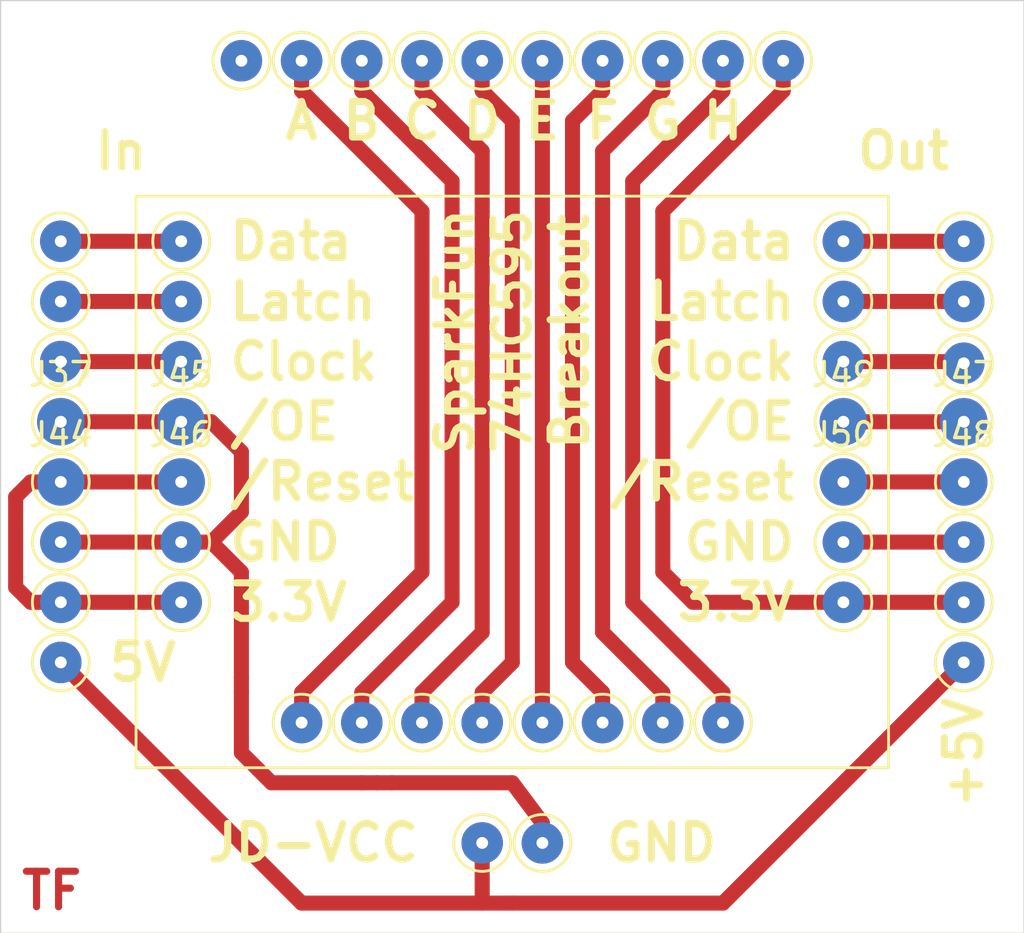
<source format=kicad_pcb>
(kicad_pcb (version 20171130) (host pcbnew "(5.1.9-0-10_14)")

  (general
    (thickness 1.6)
    (drawings 38)
    (tracks 82)
    (zones 0)
    (modules 50)
    (nets 22)
  )

  (page A4)
  (layers
    (0 F.Cu signal)
    (31 B.Cu signal)
    (32 B.Adhes user)
    (33 F.Adhes user)
    (34 B.Paste user)
    (35 F.Paste user)
    (36 B.SilkS user)
    (37 F.SilkS user)
    (38 B.Mask user)
    (39 F.Mask user)
    (40 Dwgs.User user)
    (41 Cmts.User user)
    (42 Eco1.User user)
    (43 Eco2.User user)
    (44 Edge.Cuts user)
    (45 Margin user)
    (46 B.CrtYd user)
    (47 F.CrtYd user)
    (48 B.Fab user)
    (49 F.Fab user)
  )

  (setup
    (last_trace_width 0.25)
    (user_trace_width 0.381)
    (user_trace_width 0.635)
    (trace_clearance 0.2)
    (zone_clearance 0.9)
    (zone_45_only no)
    (trace_min 0.2)
    (via_size 0.8)
    (via_drill 0.4)
    (via_min_size 0.4)
    (via_min_drill 0.3)
    (uvia_size 0.3)
    (uvia_drill 0.1)
    (uvias_allowed no)
    (uvia_min_size 0.2)
    (uvia_min_drill 0.1)
    (edge_width 0.05)
    (segment_width 0.2)
    (pcb_text_width 0.3)
    (pcb_text_size 1.5 1.5)
    (mod_edge_width 0.12)
    (mod_text_size 1 1)
    (mod_text_width 0.15)
    (pad_size 2 2)
    (pad_drill 0.5)
    (pad_to_mask_clearance 0)
    (aux_axis_origin 0 0)
    (visible_elements FFFFFF7F)
    (pcbplotparams
      (layerselection 0x010fc_ffffffff)
      (usegerberextensions false)
      (usegerberattributes true)
      (usegerberadvancedattributes true)
      (creategerberjobfile true)
      (excludeedgelayer true)
      (linewidth 0.100000)
      (plotframeref false)
      (viasonmask false)
      (mode 1)
      (useauxorigin false)
      (hpglpennumber 1)
      (hpglpenspeed 20)
      (hpglpendiameter 15.000000)
      (psnegative false)
      (psa4output false)
      (plotreference true)
      (plotvalue true)
      (plotinvisibletext false)
      (padsonsilk false)
      (subtractmaskfromsilk false)
      (outputformat 1)
      (mirror false)
      (drillshape 1)
      (scaleselection 1)
      (outputdirectory ""))
  )

  (net 0 "")
  (net 1 /5V)
  (net 2 /A)
  (net 3 /B)
  (net 4 /C)
  (net 5 /D)
  (net 6 /E)
  (net 7 /F)
  (net 8 /G)
  (net 9 /H)
  (net 10 /Data1)
  (net 11 /Latch1)
  (net 12 /Clock1)
  (net 13 /GND1)
  (net 14 /3.3V1)
  (net 15 /Data2)
  (net 16 /Latch2)
  (net 17 /Clock2)
  (net 18 /GND2)
  (net 19 /3.3V2)
  (net 20 /OE2)
  (net 21 /Reset2)

  (net_class Default "This is the default net class."
    (clearance 0.2)
    (trace_width 0.25)
    (via_dia 0.8)
    (via_drill 0.4)
    (uvia_dia 0.3)
    (uvia_drill 0.1)
    (add_net /3.3V1)
    (add_net /3.3V2)
    (add_net /5V)
    (add_net /A)
    (add_net /B)
    (add_net /C)
    (add_net /Clock1)
    (add_net /Clock2)
    (add_net /D)
    (add_net /Data1)
    (add_net /Data2)
    (add_net /E)
    (add_net /F)
    (add_net /G)
    (add_net /GND1)
    (add_net /GND2)
    (add_net /H)
    (add_net /Latch1)
    (add_net /Latch2)
    (add_net /OE2)
    (add_net /Reset2)
  )

  (module TestPoint:TestPoint_Pad_D2.0mm (layer F.Cu) (tedit 61D247EC) (tstamp 61D25D3C)
    (at 177.8 76.2)
    (descr "SMD pad as test Point, diameter 2.0mm")
    (tags "test point SMD pad")
    (path /61D5F995)
    (attr virtual)
    (fp_text reference J50 (at 0 -1.998) (layer F.SilkS)
      (effects (font (size 1 1) (thickness 0.15)))
    )
    (fp_text value Conn_01x01_Male (at 0 2.05) (layer F.Fab) hide
      (effects (font (size 1 1) (thickness 0.15)))
    )
    (fp_circle (center 0 0) (end 0 1.2) (layer F.SilkS) (width 0.12))
    (fp_circle (center 0 0) (end 1.5 0) (layer F.CrtYd) (width 0.05))
    (fp_text user %R (at 0 -2) (layer F.Fab)
      (effects (font (size 1 1) (thickness 0.15)))
    )
    (pad 1 thru_hole circle (at 0 0) (size 2 2) (drill 0.5) (layers *.Cu *.Mask)
      (net 21 /Reset2))
  )

  (module TestPoint:TestPoint_Pad_D2.0mm (layer F.Cu) (tedit 61D247E1) (tstamp 61D25D34)
    (at 177.8 73.66)
    (descr "SMD pad as test Point, diameter 2.0mm")
    (tags "test point SMD pad")
    (path /61D5F987)
    (attr virtual)
    (fp_text reference J49 (at 0 -1.998) (layer F.SilkS)
      (effects (font (size 1 1) (thickness 0.15)))
    )
    (fp_text value Conn_01x01_Male (at 0 2.05) (layer F.Fab) hide
      (effects (font (size 1 1) (thickness 0.15)))
    )
    (fp_circle (center 0 0) (end 0 1.2) (layer F.SilkS) (width 0.12))
    (fp_circle (center 0 0) (end 1.5 0) (layer F.CrtYd) (width 0.05))
    (fp_text user %R (at 0 -2) (layer F.Fab)
      (effects (font (size 1 1) (thickness 0.15)))
    )
    (pad 1 thru_hole circle (at 0 0) (size 2 2) (drill 0.5) (layers *.Cu *.Mask)
      (net 20 /OE2))
  )

  (module TestPoint:TestPoint_Pad_D2.0mm (layer F.Cu) (tedit 61D247F7) (tstamp 61D25D2C)
    (at 182.88 76.2)
    (descr "SMD pad as test Point, diameter 2.0mm")
    (tags "test point SMD pad")
    (path /61D5F99B)
    (attr virtual)
    (fp_text reference J48 (at 0 -1.998) (layer F.SilkS)
      (effects (font (size 1 1) (thickness 0.15)))
    )
    (fp_text value Conn_01x01_Male (at 0 2.05) (layer F.Fab) hide
      (effects (font (size 1 1) (thickness 0.15)))
    )
    (fp_circle (center 0 0) (end 0 1.2) (layer F.SilkS) (width 0.12))
    (fp_circle (center 0 0) (end 1.5 0) (layer F.CrtYd) (width 0.05))
    (fp_text user %R (at 0 -2) (layer F.Fab)
      (effects (font (size 1 1) (thickness 0.15)))
    )
    (pad 1 thru_hole circle (at 0 0) (size 2 2) (drill 0.5) (layers *.Cu *.Mask)
      (net 21 /Reset2))
  )

  (module TestPoint:TestPoint_Pad_D2.0mm (layer F.Cu) (tedit 61D247CA) (tstamp 61D25D24)
    (at 182.88 73.66)
    (descr "SMD pad as test Point, diameter 2.0mm")
    (tags "test point SMD pad")
    (path /61D5F98D)
    (attr virtual)
    (fp_text reference J47 (at 0 -1.998) (layer F.SilkS)
      (effects (font (size 1 1) (thickness 0.15)))
    )
    (fp_text value Conn_01x01_Male (at 0 2.05) (layer F.Fab) hide
      (effects (font (size 1 1) (thickness 0.15)))
    )
    (fp_circle (center 0 0) (end 0 1.2) (layer F.SilkS) (width 0.12))
    (fp_circle (center 0 0) (end 1.5 0) (layer F.CrtYd) (width 0.05))
    (fp_text user %R (at 0 -2) (layer F.Fab)
      (effects (font (size 1 1) (thickness 0.15)))
    )
    (pad 1 thru_hole circle (at 0 0) (size 2 2) (drill 0.5) (layers *.Cu *.Mask)
      (net 20 /OE2))
  )

  (module TestPoint:TestPoint_Pad_D2.0mm (layer F.Cu) (tedit 61D24820) (tstamp 61D25D1C)
    (at 149.86 76.2)
    (descr "SMD pad as test Point, diameter 2.0mm")
    (tags "test point SMD pad")
    (path /61D4D338)
    (attr virtual)
    (fp_text reference J46 (at 0 -1.998) (layer F.SilkS)
      (effects (font (size 1 1) (thickness 0.15)))
    )
    (fp_text value Conn_01x01_Male (at 0 2.05) (layer F.Fab) hide
      (effects (font (size 1 1) (thickness 0.15)))
    )
    (fp_circle (center 0 0) (end 0 1.2) (layer F.SilkS) (width 0.12))
    (fp_circle (center 0 0) (end 1.5 0) (layer F.CrtYd) (width 0.05))
    (fp_text user %R (at 0 -2) (layer F.Fab)
      (effects (font (size 1 1) (thickness 0.15)))
    )
    (pad 1 thru_hole circle (at 0 0) (size 2 2) (drill 0.5) (layers *.Cu *.Mask)
      (net 14 /3.3V1))
  )

  (module TestPoint:TestPoint_Pad_D2.0mm (layer F.Cu) (tedit 61D24816) (tstamp 61D25D14)
    (at 149.86 73.66)
    (descr "SMD pad as test Point, diameter 2.0mm")
    (tags "test point SMD pad")
    (path /61D4C1F6)
    (attr virtual)
    (fp_text reference J45 (at 0 -1.998) (layer F.SilkS)
      (effects (font (size 1 1) (thickness 0.15)))
    )
    (fp_text value Conn_01x01_Male (at 0 2.05) (layer F.Fab) hide
      (effects (font (size 1 1) (thickness 0.15)))
    )
    (fp_circle (center 0 0) (end 0 1.2) (layer F.SilkS) (width 0.12))
    (fp_circle (center 0 0) (end 1.5 0) (layer F.CrtYd) (width 0.05))
    (fp_text user %R (at 0 -2) (layer F.Fab)
      (effects (font (size 1 1) (thickness 0.15)))
    )
    (pad 1 thru_hole circle (at 0 0) (size 2 2) (drill 0.5) (layers *.Cu *.Mask)
      (net 13 /GND1))
  )

  (module TestPoint:TestPoint_Pad_D2.0mm (layer F.Cu) (tedit 61D2480B) (tstamp 61D25D0C)
    (at 144.78 76.2)
    (descr "SMD pad as test Point, diameter 2.0mm")
    (tags "test point SMD pad")
    (path /61D4D33E)
    (attr virtual)
    (fp_text reference J44 (at 0 -1.998) (layer F.SilkS)
      (effects (font (size 1 1) (thickness 0.15)))
    )
    (fp_text value Conn_01x01_Male (at 0 2.05) (layer F.Fab) hide
      (effects (font (size 1 1) (thickness 0.15)))
    )
    (fp_circle (center 0 0) (end 0 1.2) (layer F.SilkS) (width 0.12))
    (fp_circle (center 0 0) (end 1.5 0) (layer F.CrtYd) (width 0.05))
    (fp_text user %R (at 0 -2) (layer F.Fab)
      (effects (font (size 1 1) (thickness 0.15)))
    )
    (pad 1 thru_hole circle (at 0 0) (size 2 2) (drill 0.5) (layers *.Cu *.Mask)
      (net 14 /3.3V1))
  )

  (module TestPoint:TestPoint_Pad_D2.0mm (layer F.Cu) (tedit 61D24801) (tstamp 61D25CB0)
    (at 144.78 73.66)
    (descr "SMD pad as test Point, diameter 2.0mm")
    (tags "test point SMD pad")
    (path /61D4C202)
    (attr virtual)
    (fp_text reference J37 (at 0 -1.998) (layer F.SilkS)
      (effects (font (size 1 1) (thickness 0.15)))
    )
    (fp_text value Conn_01x01_Male (at 0 2.05) (layer F.Fab) hide
      (effects (font (size 1 1) (thickness 0.15)))
    )
    (fp_circle (center 0 0) (end 0 1.2) (layer F.SilkS) (width 0.12))
    (fp_circle (center 0 0) (end 1.5 0) (layer F.CrtYd) (width 0.05))
    (fp_text user %R (at 0 -2) (layer F.Fab)
      (effects (font (size 1 1) (thickness 0.15)))
    )
    (pad 1 thru_hole circle (at 0 0) (size 2 2) (drill 0.5) (layers *.Cu *.Mask)
      (net 13 /GND1))
  )

  (module TestPoint:TestPoint_Pad_D2.0mm (layer F.Cu) (tedit 5A0F774F) (tstamp 61CEF3F5)
    (at 165.1 91.44)
    (descr "Solder Pad, diameter 1.75mm")
    (tags "test point SMD pad")
    (path /61D7206C)
    (attr virtual)
    (fp_text reference J7 (at 0 -1.998) (layer F.SilkS) hide
      (effects (font (size 1 1) (thickness 0.15)))
    )
    (fp_text value Conn_01x01_Male (at 0 2.05) (layer F.Fab) hide
      (effects (font (size 1 1) (thickness 0.15)))
    )
    (fp_circle (center 0 0) (end 1.5 0) (layer F.CrtYd) (width 0.05))
    (fp_circle (center 0 0) (end 0 1.2) (layer F.SilkS) (width 0.12))
    (fp_text user %R (at 0 -2) (layer F.Fab) hide
      (effects (font (size 1 1) (thickness 0.15)))
    )
    (pad 1 thru_hole circle (at 0 0 90) (size 1.75 1.75) (drill 0.5) (layers *.Cu *.Mask)
      (net 13 /GND1))
  )

  (module TestPoint:TestPoint_Pad_D2.0mm (layer F.Cu) (tedit 5A0F774F) (tstamp 61CEF3DF)
    (at 162.56 91.44)
    (descr "Solder Pad, diameter 1.75mm")
    (tags "test point SMD pad")
    (path /61D72073)
    (attr virtual)
    (fp_text reference J5 (at 0 -1.998) (layer F.SilkS) hide
      (effects (font (size 1 1) (thickness 0.15)))
    )
    (fp_text value Conn_01x01_Male (at 0 2.05) (layer F.Fab) hide
      (effects (font (size 1 1) (thickness 0.15)))
    )
    (fp_circle (center 0 0) (end 1.5 0) (layer F.CrtYd) (width 0.05))
    (fp_circle (center 0 0) (end 0 1.2) (layer F.SilkS) (width 0.12))
    (fp_text user %R (at 0 -2) (layer F.Fab) hide
      (effects (font (size 1 1) (thickness 0.15)))
    )
    (pad 1 thru_hole circle (at 0 0 90) (size 1.75 1.75) (drill 0.5) (layers *.Cu *.Mask)
      (net 1 /5V))
  )

  (module TestPoint:TestPoint_Pad_D2.0mm (layer F.Cu) (tedit 5A0F774F) (tstamp 61CEDAC8)
    (at 144.78 83.82 90)
    (descr "Solder Pad, diameter 1.75mm")
    (tags "test point SMD pad")
    (path /61D1B60F)
    (attr virtual)
    (fp_text reference J43 (at 0 -1.998 90) (layer F.SilkS) hide
      (effects (font (size 1 1) (thickness 0.15)))
    )
    (fp_text value Conn_01x01_Male (at 0 2.05 90) (layer F.Fab) hide
      (effects (font (size 1 1) (thickness 0.15)))
    )
    (fp_circle (center 0 0) (end 1.5 0) (layer F.CrtYd) (width 0.05))
    (fp_circle (center 0 0) (end 0 1.2) (layer F.SilkS) (width 0.12))
    (fp_text user %R (at 0 -2 90) (layer F.Fab) hide
      (effects (font (size 1 1) (thickness 0.15)))
    )
    (pad 1 thru_hole circle (at 0 0 90) (size 1.75 1.75) (drill 0.5) (layers *.Cu *.Mask)
      (net 1 /5V))
  )

  (module TestPoint:TestPoint_Pad_D2.0mm (layer F.Cu) (tedit 5A0F774F) (tstamp 61CEDAC0)
    (at 182.88 81.28 90)
    (descr "Solder Pad, diameter 1.75mm")
    (tags "test point SMD pad")
    (path /61D1B608)
    (attr virtual)
    (fp_text reference J42 (at 0 -1.998 90) (layer F.SilkS) hide
      (effects (font (size 1 1) (thickness 0.15)))
    )
    (fp_text value Conn_01x01_Male (at 0 2.05 90) (layer F.Fab) hide
      (effects (font (size 1 1) (thickness 0.15)))
    )
    (fp_circle (center 0 0) (end 1.5 0) (layer F.CrtYd) (width 0.05))
    (fp_circle (center 0 0) (end 0 1.2) (layer F.SilkS) (width 0.12))
    (fp_text user %R (at 0 -2 90) (layer F.Fab) hide
      (effects (font (size 1 1) (thickness 0.15)))
    )
    (pad 1 thru_hole circle (at 0 0 90) (size 1.75 1.75) (drill 0.5) (layers *.Cu *.Mask)
      (net 19 /3.3V2))
  )

  (module TestPoint:TestPoint_Pad_D2.0mm (layer F.Cu) (tedit 5A0F774F) (tstamp 61CEDAB8)
    (at 182.88 78.74 90)
    (descr "Solder Pad, diameter 1.75mm")
    (tags "test point SMD pad")
    (path /61D1B601)
    (attr virtual)
    (fp_text reference J41 (at 0 -1.998 90) (layer F.SilkS) hide
      (effects (font (size 1 1) (thickness 0.15)))
    )
    (fp_text value Conn_01x01_Male (at 0 2.05 90) (layer F.Fab) hide
      (effects (font (size 1 1) (thickness 0.15)))
    )
    (fp_circle (center 0 0) (end 1.5 0) (layer F.CrtYd) (width 0.05))
    (fp_circle (center 0 0) (end 0 1.2) (layer F.SilkS) (width 0.12))
    (fp_text user %R (at 0 -2 90) (layer F.Fab) hide
      (effects (font (size 1 1) (thickness 0.15)))
    )
    (pad 1 thru_hole circle (at 0 0 90) (size 1.75 1.75) (drill 0.5) (layers *.Cu *.Mask)
      (net 18 /GND2))
  )

  (module TestPoint:TestPoint_Pad_D2.0mm (layer F.Cu) (tedit 5A0F774F) (tstamp 61CEDAB0)
    (at 177.8 71.12 90)
    (descr "Solder Pad, diameter 1.75mm")
    (tags "test point SMD pad")
    (path /61D1B616)
    (attr virtual)
    (fp_text reference J40 (at 0 -1.998 90) (layer F.SilkS) hide
      (effects (font (size 1 1) (thickness 0.15)))
    )
    (fp_text value Conn_01x01_Male (at 0 2.05 90) (layer F.Fab) hide
      (effects (font (size 1 1) (thickness 0.15)))
    )
    (fp_circle (center 0 0) (end 1.5 0) (layer F.CrtYd) (width 0.05))
    (fp_circle (center 0 0) (end 0 1.2) (layer F.SilkS) (width 0.12))
    (fp_text user %R (at 0 -2 90) (layer F.Fab) hide
      (effects (font (size 1 1) (thickness 0.15)))
    )
    (pad 1 thru_hole circle (at 0 0 90) (size 1.75 1.75) (drill 0.5) (layers *.Cu *.Mask)
      (net 17 /Clock2))
  )

  (module TestPoint:TestPoint_Pad_D2.0mm (layer F.Cu) (tedit 5A0F774F) (tstamp 61CEDAA8)
    (at 177.8 68.58 90)
    (descr "Solder Pad, diameter 1.75mm")
    (tags "test point SMD pad")
    (path /61D1B5FA)
    (attr virtual)
    (fp_text reference J39 (at 0 -1.998 90) (layer F.SilkS) hide
      (effects (font (size 1 1) (thickness 0.15)))
    )
    (fp_text value Conn_01x01_Male (at 0 2.05 90) (layer F.Fab) hide
      (effects (font (size 1 1) (thickness 0.15)))
    )
    (fp_circle (center 0 0) (end 1.5 0) (layer F.CrtYd) (width 0.05))
    (fp_circle (center 0 0) (end 0 1.2) (layer F.SilkS) (width 0.12))
    (fp_text user %R (at 0 -2 90) (layer F.Fab) hide
      (effects (font (size 1 1) (thickness 0.15)))
    )
    (pad 1 thru_hole circle (at 0 0 90) (size 1.75 1.75) (drill 0.5) (layers *.Cu *.Mask)
      (net 16 /Latch2))
  )

  (module TestPoint:TestPoint_Pad_D2.0mm (layer F.Cu) (tedit 5A0F774F) (tstamp 61CEDAA0)
    (at 182.88 66.04 90)
    (descr "Solder Pad, diameter 1.75mm")
    (tags "test point SMD pad")
    (path /61D1B5F3)
    (attr virtual)
    (fp_text reference J38 (at 0 -1.998 90) (layer F.SilkS) hide
      (effects (font (size 1 1) (thickness 0.15)))
    )
    (fp_text value Conn_01x01_Male (at 0 2.05 90) (layer F.Fab) hide
      (effects (font (size 1 1) (thickness 0.15)))
    )
    (fp_circle (center 0 0) (end 1.5 0) (layer F.CrtYd) (width 0.05))
    (fp_circle (center 0 0) (end 0 1.2) (layer F.SilkS) (width 0.12))
    (fp_text user %R (at 0 -2 90) (layer F.Fab) hide
      (effects (font (size 1 1) (thickness 0.15)))
    )
    (pad 1 thru_hole circle (at 0 0 90) (size 1.75 1.75) (drill 0.5) (layers *.Cu *.Mask)
      (net 15 /Data2))
  )

  (module TestPoint:TestPoint_Pad_D2.0mm (layer F.Cu) (tedit 5A0F774F) (tstamp 61CEDA90)
    (at 177.8 81.28 90)
    (descr "Solder Pad, diameter 1.75mm")
    (tags "test point SMD pad")
    (path /61D14387)
    (attr virtual)
    (fp_text reference J36 (at 0 -1.998 90) (layer F.SilkS) hide
      (effects (font (size 1 1) (thickness 0.15)))
    )
    (fp_text value Conn_01x01_Male (at 0 2.05 90) (layer F.Fab) hide
      (effects (font (size 1 1) (thickness 0.15)))
    )
    (fp_circle (center 0 0) (end 1.5 0) (layer F.CrtYd) (width 0.05))
    (fp_circle (center 0 0) (end 0 1.2) (layer F.SilkS) (width 0.12))
    (fp_text user %R (at 0 -2 90) (layer F.Fab) hide
      (effects (font (size 1 1) (thickness 0.15)))
    )
    (pad 1 thru_hole circle (at 0 0 90) (size 1.75 1.75) (drill 0.5) (layers *.Cu *.Mask)
      (net 19 /3.3V2))
  )

  (module TestPoint:TestPoint_Pad_D2.0mm (layer F.Cu) (tedit 5A0F774F) (tstamp 61CEDA88)
    (at 177.8 78.74 90)
    (descr "Solder Pad, diameter 1.75mm")
    (tags "test point SMD pad")
    (path /61D14380)
    (attr virtual)
    (fp_text reference J35 (at 0 -1.998 90) (layer F.SilkS) hide
      (effects (font (size 1 1) (thickness 0.15)))
    )
    (fp_text value Conn_01x01_Male (at 0 2.05 90) (layer F.Fab) hide
      (effects (font (size 1 1) (thickness 0.15)))
    )
    (fp_circle (center 0 0) (end 1.5 0) (layer F.CrtYd) (width 0.05))
    (fp_circle (center 0 0) (end 0 1.2) (layer F.SilkS) (width 0.12))
    (fp_text user %R (at 0 -2 90) (layer F.Fab) hide
      (effects (font (size 1 1) (thickness 0.15)))
    )
    (pad 1 thru_hole circle (at 0 0 90) (size 1.75 1.75) (drill 0.5) (layers *.Cu *.Mask)
      (net 18 /GND2))
  )

  (module TestPoint:TestPoint_Pad_D2.0mm (layer F.Cu) (tedit 61CE5431) (tstamp 61CEDA80)
    (at 182.88 71.19 90)
    (descr "Solder Pad, diameter 1.75mm")
    (tags "test point SMD pad")
    (path /61D14395)
    (attr virtual)
    (fp_text reference J34 (at 0 -1.998 90) (layer F.SilkS) hide
      (effects (font (size 1 1) (thickness 0.15)))
    )
    (fp_text value Conn_01x01_Male (at 0 2.05 90) (layer F.Fab) hide
      (effects (font (size 1 1) (thickness 0.15)))
    )
    (fp_circle (center 0 0) (end 1.5 0) (layer F.CrtYd) (width 0.05))
    (fp_circle (center 0 0) (end 0 1.2) (layer F.SilkS) (width 0.12))
    (fp_text user %R (at 0 -2 90) (layer F.Fab) hide
      (effects (font (size 1 1) (thickness 0.15)))
    )
    (pad 1 thru_hole circle (at 0 0 90) (size 1.75 1.75) (drill 0.5) (layers *.Cu *.Mask)
      (net 17 /Clock2))
  )

  (module TestPoint:TestPoint_Pad_D2.0mm (layer F.Cu) (tedit 5A0F774F) (tstamp 61CEDA78)
    (at 182.88 68.58 90)
    (descr "Solder Pad, diameter 1.75mm")
    (tags "test point SMD pad")
    (path /61D14379)
    (attr virtual)
    (fp_text reference J33 (at 0 -1.998 90) (layer F.SilkS) hide
      (effects (font (size 1 1) (thickness 0.15)))
    )
    (fp_text value Conn_01x01_Male (at 0 2.05 90) (layer F.Fab) hide
      (effects (font (size 1 1) (thickness 0.15)))
    )
    (fp_circle (center 0 0) (end 1.5 0) (layer F.CrtYd) (width 0.05))
    (fp_circle (center 0 0) (end 0 1.2) (layer F.SilkS) (width 0.12))
    (fp_text user %R (at 0 -2 90) (layer F.Fab) hide
      (effects (font (size 1 1) (thickness 0.15)))
    )
    (pad 1 thru_hole circle (at 0 0 90) (size 1.75 1.75) (drill 0.5) (layers *.Cu *.Mask)
      (net 16 /Latch2))
  )

  (module TestPoint:TestPoint_Pad_D2.0mm (layer F.Cu) (tedit 5A0F774F) (tstamp 61CEDA70)
    (at 177.8 66.04 90)
    (descr "Solder Pad, diameter 1.75mm")
    (tags "test point SMD pad")
    (path /61D14372)
    (attr virtual)
    (fp_text reference J32 (at 0 -1.998 90) (layer F.SilkS) hide
      (effects (font (size 1 1) (thickness 0.15)))
    )
    (fp_text value Conn_01x01_Male (at 0 2.05 90) (layer F.Fab) hide
      (effects (font (size 1 1) (thickness 0.15)))
    )
    (fp_circle (center 0 0) (end 1.5 0) (layer F.CrtYd) (width 0.05))
    (fp_circle (center 0 0) (end 0 1.2) (layer F.SilkS) (width 0.12))
    (fp_text user %R (at 0 -2 90) (layer F.Fab) hide
      (effects (font (size 1 1) (thickness 0.15)))
    )
    (pad 1 thru_hole circle (at 0 0 90) (size 1.75 1.75) (drill 0.5) (layers *.Cu *.Mask)
      (net 15 /Data2))
  )

  (module TestPoint:TestPoint_Pad_D2.0mm (layer F.Cu) (tedit 5A0F774F) (tstamp 61CEFA1F)
    (at 175.26 58.42 90)
    (descr "Solder Pad, diameter 1.75mm")
    (tags "test point SMD pad")
    (path /61D4318E)
    (attr virtual)
    (fp_text reference J31 (at 0 -1.998 90) (layer F.SilkS) hide
      (effects (font (size 1 1) (thickness 0.15)))
    )
    (fp_text value Conn_01x01_Male (at 0 2.05 90) (layer F.Fab) hide
      (effects (font (size 1 1) (thickness 0.15)))
    )
    (fp_circle (center 0 0) (end 1.5 0) (layer F.CrtYd) (width 0.05))
    (fp_circle (center 0 0) (end 0 1.2) (layer F.SilkS) (width 0.12))
    (fp_text user %R (at 0 -2 90) (layer F.Fab) hide
      (effects (font (size 1 1) (thickness 0.15)))
    )
    (pad 1 thru_hole circle (at 0 0 90) (size 1.75 1.75) (drill 0.5) (layers *.Cu *.Mask)
      (net 19 /3.3V2))
  )

  (module TestPoint:TestPoint_Pad_D2.0mm (layer F.Cu) (tedit 5A0F774F) (tstamp 61CEDA60)
    (at 172.72 58.42 90)
    (descr "Solder Pad, diameter 1.75mm")
    (tags "test point SMD pad")
    (path /61D3D0CF)
    (attr virtual)
    (fp_text reference J30 (at 0 -1.998 90) (layer F.SilkS) hide
      (effects (font (size 1 1) (thickness 0.15)))
    )
    (fp_text value Conn_01x01_Male (at 0 2.05 90) (layer F.Fab) hide
      (effects (font (size 1 1) (thickness 0.15)))
    )
    (fp_circle (center 0 0) (end 1.5 0) (layer F.CrtYd) (width 0.05))
    (fp_circle (center 0 0) (end 0 1.2) (layer F.SilkS) (width 0.12))
    (fp_text user %R (at 0 -2 90) (layer F.Fab) hide
      (effects (font (size 1 1) (thickness 0.15)))
    )
    (pad 1 thru_hole circle (at 0 0 90) (size 1.75 1.75) (drill 0.5) (layers *.Cu *.Mask)
      (net 9 /H))
  )

  (module TestPoint:TestPoint_Pad_D2.0mm (layer F.Cu) (tedit 5A0F774F) (tstamp 61CEDA58)
    (at 172.72 86.36 90)
    (descr "Solder Pad, diameter 1.75mm")
    (tags "test point SMD pad")
    (path /61D1D637)
    (attr virtual)
    (fp_text reference J29 (at 0 -1.998 90) (layer F.SilkS) hide
      (effects (font (size 1 1) (thickness 0.15)))
    )
    (fp_text value Conn_01x01_Male (at 0 2.05 90) (layer F.Fab) hide
      (effects (font (size 1 1) (thickness 0.15)))
    )
    (fp_circle (center 0 0) (end 1.5 0) (layer F.CrtYd) (width 0.05))
    (fp_circle (center 0 0) (end 0 1.2) (layer F.SilkS) (width 0.12))
    (fp_text user %R (at 0 -2 90) (layer F.Fab) hide
      (effects (font (size 1 1) (thickness 0.15)))
    )
    (pad 1 thru_hole circle (at 0 0 90) (size 1.75 1.75) (drill 0.5) (layers *.Cu *.Mask)
      (net 9 /H))
  )

  (module TestPoint:TestPoint_Pad_D2.0mm (layer F.Cu) (tedit 5A0F774F) (tstamp 61CEDA50)
    (at 170.18 86.36 90)
    (descr "Solder Pad, diameter 1.75mm")
    (tags "test point SMD pad")
    (path /61D3D0C8)
    (attr virtual)
    (fp_text reference J28 (at 0 -1.998 90) (layer F.SilkS) hide
      (effects (font (size 1 1) (thickness 0.15)))
    )
    (fp_text value Conn_01x01_Male (at 0 2.05 90) (layer F.Fab) hide
      (effects (font (size 1 1) (thickness 0.15)))
    )
    (fp_circle (center 0 0) (end 1.5 0) (layer F.CrtYd) (width 0.05))
    (fp_circle (center 0 0) (end 0 1.2) (layer F.SilkS) (width 0.12))
    (fp_text user %R (at 0 -2 90) (layer F.Fab) hide
      (effects (font (size 1 1) (thickness 0.15)))
    )
    (pad 1 thru_hole circle (at 0 0 90) (size 1.75 1.75) (drill 0.5) (layers *.Cu *.Mask)
      (net 8 /G))
  )

  (module TestPoint:TestPoint_Pad_D2.0mm (layer F.Cu) (tedit 5A0F774F) (tstamp 61CEDA48)
    (at 170.18 58.42 90)
    (descr "Solder Pad, diameter 1.75mm")
    (tags "test point SMD pad")
    (path /61D1D630)
    (attr virtual)
    (fp_text reference J27 (at 0 -1.998 90) (layer F.SilkS) hide
      (effects (font (size 1 1) (thickness 0.15)))
    )
    (fp_text value Conn_01x01_Male (at 0 2.05 90) (layer F.Fab) hide
      (effects (font (size 1 1) (thickness 0.15)))
    )
    (fp_circle (center 0 0) (end 1.5 0) (layer F.CrtYd) (width 0.05))
    (fp_circle (center 0 0) (end 0 1.2) (layer F.SilkS) (width 0.12))
    (fp_text user %R (at 0 -2 90) (layer F.Fab) hide
      (effects (font (size 1 1) (thickness 0.15)))
    )
    (pad 1 thru_hole circle (at 0 0 90) (size 1.75 1.75) (drill 0.5) (layers *.Cu *.Mask)
      (net 8 /G))
  )

  (module TestPoint:TestPoint_Pad_D2.0mm (layer F.Cu) (tedit 5A0F774F) (tstamp 61CEDA40)
    (at 167.64 58.42 90)
    (descr "Solder Pad, diameter 1.75mm")
    (tags "test point SMD pad")
    (path /61D3D0AC)
    (attr virtual)
    (fp_text reference J26 (at 0 -1.998 90) (layer F.SilkS) hide
      (effects (font (size 1 1) (thickness 0.15)))
    )
    (fp_text value Conn_01x01_Male (at 0 2.05 90) (layer F.Fab) hide
      (effects (font (size 1 1) (thickness 0.15)))
    )
    (fp_circle (center 0 0) (end 1.5 0) (layer F.CrtYd) (width 0.05))
    (fp_circle (center 0 0) (end 0 1.2) (layer F.SilkS) (width 0.12))
    (fp_text user %R (at 0 -2 90) (layer F.Fab) hide
      (effects (font (size 1 1) (thickness 0.15)))
    )
    (pad 1 thru_hole circle (at 0 0 90) (size 1.75 1.75) (drill 0.5) (layers *.Cu *.Mask)
      (net 7 /F))
  )

  (module TestPoint:TestPoint_Pad_D2.0mm (layer F.Cu) (tedit 5A0F774F) (tstamp 61CEDA38)
    (at 167.64 86.36 90)
    (descr "Solder Pad, diameter 1.75mm")
    (tags "test point SMD pad")
    (path /61D1D629)
    (attr virtual)
    (fp_text reference J25 (at 0 -1.998 90) (layer F.SilkS) hide
      (effects (font (size 1 1) (thickness 0.15)))
    )
    (fp_text value Conn_01x01_Male (at 0 2.05 90) (layer F.Fab) hide
      (effects (font (size 1 1) (thickness 0.15)))
    )
    (fp_circle (center 0 0) (end 1.5 0) (layer F.CrtYd) (width 0.05))
    (fp_circle (center 0 0) (end 0 1.2) (layer F.SilkS) (width 0.12))
    (fp_text user %R (at 0 -2 90) (layer F.Fab) hide
      (effects (font (size 1 1) (thickness 0.15)))
    )
    (pad 1 thru_hole circle (at 0 0 90) (size 1.75 1.75) (drill 0.5) (layers *.Cu *.Mask)
      (net 7 /F))
  )

  (module TestPoint:TestPoint_Pad_D2.0mm (layer F.Cu) (tedit 5A0F774F) (tstamp 61CEDA30)
    (at 165.1 58.42 90)
    (descr "Solder Pad, diameter 1.75mm")
    (tags "test point SMD pad")
    (path /61D3D0A6)
    (attr virtual)
    (fp_text reference J24 (at 0 -1.998 90) (layer F.SilkS) hide
      (effects (font (size 1 1) (thickness 0.15)))
    )
    (fp_text value Conn_01x01_Male (at 0 2.05 90) (layer F.Fab) hide
      (effects (font (size 1 1) (thickness 0.15)))
    )
    (fp_circle (center 0 0) (end 1.5 0) (layer F.CrtYd) (width 0.05))
    (fp_circle (center 0 0) (end 0 1.2) (layer F.SilkS) (width 0.12))
    (fp_text user %R (at 0 -2 90) (layer F.Fab) hide
      (effects (font (size 1 1) (thickness 0.15)))
    )
    (pad 1 thru_hole circle (at 0 0 90) (size 1.75 1.75) (drill 0.5) (layers *.Cu *.Mask)
      (net 6 /E))
  )

  (module TestPoint:TestPoint_Pad_D2.0mm (layer F.Cu) (tedit 5A0F774F) (tstamp 61CEDA28)
    (at 165.1 86.36 90)
    (descr "Solder Pad, diameter 1.75mm")
    (tags "test point SMD pad")
    (path /61D207E0)
    (attr virtual)
    (fp_text reference J23 (at 0 -1.998 90) (layer F.SilkS) hide
      (effects (font (size 1 1) (thickness 0.15)))
    )
    (fp_text value Conn_01x01_Male (at 0 2.05 90) (layer F.Fab) hide
      (effects (font (size 1 1) (thickness 0.15)))
    )
    (fp_circle (center 0 0) (end 1.5 0) (layer F.CrtYd) (width 0.05))
    (fp_circle (center 0 0) (end 0 1.2) (layer F.SilkS) (width 0.12))
    (fp_text user %R (at 0 -2 90) (layer F.Fab) hide
      (effects (font (size 1 1) (thickness 0.15)))
    )
    (pad 1 thru_hole circle (at 0 0 90) (size 1.75 1.75) (drill 0.5) (layers *.Cu *.Mask)
      (net 6 /E))
  )

  (module TestPoint:TestPoint_Pad_D2.0mm (layer F.Cu) (tedit 5A0F774F) (tstamp 61CEDA20)
    (at 162.56 58.42 90)
    (descr "Solder Pad, diameter 1.75mm")
    (tags "test point SMD pad")
    (path /61D3D0A0)
    (attr virtual)
    (fp_text reference J22 (at 0 -1.998 90) (layer F.SilkS) hide
      (effects (font (size 1 1) (thickness 0.15)))
    )
    (fp_text value Conn_01x01_Male (at 0 2.05 90) (layer F.Fab) hide
      (effects (font (size 1 1) (thickness 0.15)))
    )
    (fp_circle (center 0 0) (end 1.5 0) (layer F.CrtYd) (width 0.05))
    (fp_circle (center 0 0) (end 0 1.2) (layer F.SilkS) (width 0.12))
    (fp_text user %R (at 0 -2 90) (layer F.Fab) hide
      (effects (font (size 1 1) (thickness 0.15)))
    )
    (pad 1 thru_hole circle (at 0 0 90) (size 1.75 1.75) (drill 0.5) (layers *.Cu *.Mask)
      (net 5 /D))
  )

  (module TestPoint:TestPoint_Pad_D2.0mm (layer F.Cu) (tedit 5A0F774F) (tstamp 61CEDA18)
    (at 162.56 86.36 90)
    (descr "Solder Pad, diameter 1.75mm")
    (tags "test point SMD pad")
    (path /61D1ED05)
    (attr virtual)
    (fp_text reference J21 (at 0 -1.998 90) (layer F.SilkS) hide
      (effects (font (size 1 1) (thickness 0.15)))
    )
    (fp_text value Conn_01x01_Male (at 0 2.05 90) (layer F.Fab) hide
      (effects (font (size 1 1) (thickness 0.15)))
    )
    (fp_circle (center 0 0) (end 1.5 0) (layer F.CrtYd) (width 0.05))
    (fp_circle (center 0 0) (end 0 1.2) (layer F.SilkS) (width 0.12))
    (fp_text user %R (at 0 -2 90) (layer F.Fab) hide
      (effects (font (size 1 1) (thickness 0.15)))
    )
    (pad 1 thru_hole circle (at 0 0 90) (size 1.75 1.75) (drill 0.5) (layers *.Cu *.Mask)
      (net 5 /D))
  )

  (module TestPoint:TestPoint_Pad_D2.0mm (layer F.Cu) (tedit 5A0F774F) (tstamp 61CEDA10)
    (at 160.02 58.42 90)
    (descr "Solder Pad, diameter 1.75mm")
    (tags "test point SMD pad")
    (path /61D3D0C1)
    (attr virtual)
    (fp_text reference J20 (at 0 -1.998 90) (layer F.SilkS) hide
      (effects (font (size 1 1) (thickness 0.15)))
    )
    (fp_text value Conn_01x01_Male (at 0 2.05 90) (layer F.Fab) hide
      (effects (font (size 1 1) (thickness 0.15)))
    )
    (fp_circle (center 0 0) (end 1.5 0) (layer F.CrtYd) (width 0.05))
    (fp_circle (center 0 0) (end 0 1.2) (layer F.SilkS) (width 0.12))
    (fp_text user %R (at 0 -2 90) (layer F.Fab) hide
      (effects (font (size 1 1) (thickness 0.15)))
    )
    (pad 1 thru_hole circle (at 0 0 90) (size 1.75 1.75) (drill 0.5) (layers *.Cu *.Mask)
      (net 4 /C))
  )

  (module TestPoint:TestPoint_Pad_D2.0mm (layer F.Cu) (tedit 5A0F774F) (tstamp 61CEDA08)
    (at 160.02 86.36 90)
    (descr "Solder Pad, diameter 1.75mm")
    (tags "test point SMD pad")
    (path /61D1D63E)
    (attr virtual)
    (fp_text reference J19 (at 0 -1.998 90) (layer F.SilkS) hide
      (effects (font (size 1 1) (thickness 0.15)))
    )
    (fp_text value Conn_01x01_Male (at 0 2.05 90) (layer F.Fab) hide
      (effects (font (size 1 1) (thickness 0.15)))
    )
    (fp_circle (center 0 0) (end 1.5 0) (layer F.CrtYd) (width 0.05))
    (fp_circle (center 0 0) (end 0 1.2) (layer F.SilkS) (width 0.12))
    (fp_text user %R (at 0 -2 90) (layer F.Fab) hide
      (effects (font (size 1 1) (thickness 0.15)))
    )
    (pad 1 thru_hole circle (at 0 0 90) (size 1.75 1.75) (drill 0.5) (layers *.Cu *.Mask)
      (net 4 /C))
  )

  (module TestPoint:TestPoint_Pad_D2.0mm (layer F.Cu) (tedit 5A0F774F) (tstamp 61CEDA00)
    (at 157.48 86.36 90)
    (descr "Solder Pad, diameter 1.75mm")
    (tags "test point SMD pad")
    (path /61D3D0BA)
    (attr virtual)
    (fp_text reference J18 (at 0 -1.998 90) (layer F.SilkS) hide
      (effects (font (size 1 1) (thickness 0.15)))
    )
    (fp_text value Conn_01x01_Male (at 0 2.05 90) (layer F.Fab) hide
      (effects (font (size 1 1) (thickness 0.15)))
    )
    (fp_circle (center 0 0) (end 1.5 0) (layer F.CrtYd) (width 0.05))
    (fp_circle (center 0 0) (end 0 1.2) (layer F.SilkS) (width 0.12))
    (fp_text user %R (at 0 -2 90) (layer F.Fab) hide
      (effects (font (size 1 1) (thickness 0.15)))
    )
    (pad 1 thru_hole circle (at 0 0 90) (size 1.75 1.75) (drill 0.5) (layers *.Cu *.Mask)
      (net 3 /B))
  )

  (module TestPoint:TestPoint_Pad_D2.0mm (layer F.Cu) (tedit 5A0F774F) (tstamp 61CED9F8)
    (at 157.48 58.42 90)
    (descr "Solder Pad, diameter 1.75mm")
    (tags "test point SMD pad")
    (path /61D1D622)
    (attr virtual)
    (fp_text reference J17 (at 0 -1.998 90) (layer F.SilkS) hide
      (effects (font (size 1 1) (thickness 0.15)))
    )
    (fp_text value Conn_01x01_Male (at 0 2.05 90) (layer F.Fab) hide
      (effects (font (size 1 1) (thickness 0.15)))
    )
    (fp_circle (center 0 0) (end 1.5 0) (layer F.CrtYd) (width 0.05))
    (fp_circle (center 0 0) (end 0 1.2) (layer F.SilkS) (width 0.12))
    (fp_text user %R (at 0 -2 90) (layer F.Fab) hide
      (effects (font (size 1 1) (thickness 0.15)))
    )
    (pad 1 thru_hole circle (at 0 0 90) (size 1.75 1.75) (drill 0.5) (layers *.Cu *.Mask)
      (net 3 /B))
  )

  (module TestPoint:TestPoint_Pad_D2.0mm (layer F.Cu) (tedit 5A0F774F) (tstamp 61CED9F0)
    (at 154.94 58.42 90)
    (descr "Solder Pad, diameter 1.75mm")
    (tags "test point SMD pad")
    (path /61D3D0B3)
    (attr virtual)
    (fp_text reference J16 (at 0 -1.998 90) (layer F.SilkS) hide
      (effects (font (size 1 1) (thickness 0.15)))
    )
    (fp_text value Conn_01x01_Male (at 0 2.05 90) (layer F.Fab) hide
      (effects (font (size 1 1) (thickness 0.15)))
    )
    (fp_circle (center 0 0) (end 1.5 0) (layer F.CrtYd) (width 0.05))
    (fp_circle (center 0 0) (end 0 1.2) (layer F.SilkS) (width 0.12))
    (fp_text user %R (at 0 -2 90) (layer F.Fab) hide
      (effects (font (size 1 1) (thickness 0.15)))
    )
    (pad 1 thru_hole circle (at 0 0 90) (size 1.75 1.75) (drill 0.5) (layers *.Cu *.Mask)
      (net 2 /A))
  )

  (module TestPoint:TestPoint_Pad_D2.0mm (layer F.Cu) (tedit 5A0F774F) (tstamp 61CED9E8)
    (at 154.94 86.36 90)
    (descr "Solder Pad, diameter 1.75mm")
    (tags "test point SMD pad")
    (path /61D1D61B)
    (attr virtual)
    (fp_text reference J15 (at 0 -1.998 90) (layer F.SilkS) hide
      (effects (font (size 1 1) (thickness 0.15)))
    )
    (fp_text value Conn_01x01_Male (at 0 2.05 90) (layer F.Fab) hide
      (effects (font (size 1 1) (thickness 0.15)))
    )
    (fp_circle (center 0 0) (end 1.5 0) (layer F.CrtYd) (width 0.05))
    (fp_circle (center 0 0) (end 0 1.2) (layer F.SilkS) (width 0.12))
    (fp_text user %R (at 0 -2 90) (layer F.Fab) hide
      (effects (font (size 1 1) (thickness 0.15)))
    )
    (pad 1 thru_hole circle (at 0 0 90) (size 1.75 1.75) (drill 0.5) (layers *.Cu *.Mask)
      (net 2 /A))
  )

  (module TestPoint:TestPoint_Pad_D2.0mm (layer F.Cu) (tedit 5A0F774F) (tstamp 61CED9E0)
    (at 152.4 58.42 90)
    (descr "Solder Pad, diameter 1.75mm")
    (tags "test point SMD pad")
    (path /61D4226F)
    (attr virtual)
    (fp_text reference J14 (at 0 -1.998 90) (layer F.SilkS) hide
      (effects (font (size 1 1) (thickness 0.15)))
    )
    (fp_text value Conn_01x01_Male (at 0 2.05 90) (layer F.Fab) hide
      (effects (font (size 1 1) (thickness 0.15)))
    )
    (fp_circle (center 0 0) (end 1.5 0) (layer F.CrtYd) (width 0.05))
    (fp_circle (center 0 0) (end 0 1.2) (layer F.SilkS) (width 0.12))
    (fp_text user %R (at 0 -2 90) (layer F.Fab) hide
      (effects (font (size 1 1) (thickness 0.15)))
    )
    (pad 1 thru_hole circle (at 0 0 90) (size 1.75 1.75) (drill 0.5) (layers *.Cu *.Mask))
  )

  (module TestPoint:TestPoint_Pad_D2.0mm (layer F.Cu) (tedit 5A0F774F) (tstamp 61CED9D8)
    (at 149.86 81.28 90)
    (descr "Solder Pad, diameter 1.75mm")
    (tags "test point SMD pad")
    (path /61D0C747)
    (attr virtual)
    (fp_text reference J13 (at 0 -1.998 90) (layer F.SilkS) hide
      (effects (font (size 1 1) (thickness 0.15)))
    )
    (fp_text value Conn_01x01_Male (at 0 2.05 90) (layer F.Fab) hide
      (effects (font (size 1 1) (thickness 0.15)))
    )
    (fp_circle (center 0 0) (end 1.5 0) (layer F.CrtYd) (width 0.05))
    (fp_circle (center 0 0) (end 0 1.2) (layer F.SilkS) (width 0.12))
    (fp_text user %R (at 0 -2 90) (layer F.Fab) hide
      (effects (font (size 1 1) (thickness 0.15)))
    )
    (pad 1 thru_hole circle (at 0 0 90) (size 1.75 1.75) (drill 0.5) (layers *.Cu *.Mask)
      (net 14 /3.3V1))
  )

  (module TestPoint:TestPoint_Pad_D2.0mm (layer F.Cu) (tedit 5A0F774F) (tstamp 61CED9D0)
    (at 149.86 78.74 90)
    (descr "Solder Pad, diameter 1.75mm")
    (tags "test point SMD pad")
    (path /61D0CC13)
    (attr virtual)
    (fp_text reference J12 (at 0 -1.998 90) (layer F.SilkS) hide
      (effects (font (size 1 1) (thickness 0.15)))
    )
    (fp_text value Conn_01x01_Male (at 0 2.05 90) (layer F.Fab) hide
      (effects (font (size 1 1) (thickness 0.15)))
    )
    (fp_circle (center 0 0) (end 1.5 0) (layer F.CrtYd) (width 0.05))
    (fp_circle (center 0 0) (end 0 1.2) (layer F.SilkS) (width 0.12))
    (fp_text user %R (at 0 -2 90) (layer F.Fab) hide
      (effects (font (size 1 1) (thickness 0.15)))
    )
    (pad 1 thru_hole circle (at 0 0 90) (size 1.75 1.75) (drill 0.5) (layers *.Cu *.Mask)
      (net 13 /GND1))
  )

  (module TestPoint:TestPoint_Pad_D2.0mm (layer F.Cu) (tedit 5A0F774F) (tstamp 61CED9C8)
    (at 144.78 71.12 90)
    (descr "Solder Pad, diameter 1.75mm")
    (tags "test point SMD pad")
    (path /61D0D6F9)
    (attr virtual)
    (fp_text reference J11 (at 0 -1.998 90) (layer F.SilkS) hide
      (effects (font (size 1 1) (thickness 0.15)))
    )
    (fp_text value Conn_01x01_Male (at 0 2.05 90) (layer F.Fab) hide
      (effects (font (size 1 1) (thickness 0.15)))
    )
    (fp_circle (center 0 0) (end 1.5 0) (layer F.CrtYd) (width 0.05))
    (fp_circle (center 0 0) (end 0 1.2) (layer F.SilkS) (width 0.12))
    (fp_text user %R (at 0 -2 90) (layer F.Fab) hide
      (effects (font (size 1 1) (thickness 0.15)))
    )
    (pad 1 thru_hole circle (at 0 0 90) (size 1.75 1.75) (drill 0.5) (layers *.Cu *.Mask)
      (net 12 /Clock1))
  )

  (module TestPoint:TestPoint_Pad_D2.0mm (layer F.Cu) (tedit 61CE37E2) (tstamp 61CED9C0)
    (at 144.78 68.58 90)
    (descr "Solder Pad, diameter 1.75mm")
    (tags "test point SMD pad")
    (path /61D0DBAD)
    (attr virtual)
    (fp_text reference J10 (at 0 -1.998 90) (layer F.SilkS) hide
      (effects (font (size 1 1) (thickness 0.15)))
    )
    (fp_text value Conn_01x01_Male (at 0 2.05 90) (layer F.Fab) hide
      (effects (font (size 1 1) (thickness 0.15)))
    )
    (fp_circle (center 0 0) (end 1.5 0) (layer F.CrtYd) (width 0.05))
    (fp_circle (center 0 0) (end 0 1.2) (layer F.SilkS) (width 0.12))
    (fp_text user %R (at 0 -2 90) (layer F.Fab) hide
      (effects (font (size 1 1) (thickness 0.15)))
    )
    (pad 1 thru_hole circle (at 0 0 90) (size 1.75 1.75) (drill 0.5) (layers *.Cu *.Mask)
      (net 11 /Latch1))
  )

  (module TestPoint:TestPoint_Pad_D2.0mm (layer F.Cu) (tedit 61CE37D9) (tstamp 61CED9B8)
    (at 144.78 66.04 90)
    (descr "Solder Pad, diameter 1.75mm")
    (tags "test point SMD pad")
    (path /61D0E2E3)
    (attr virtual)
    (fp_text reference J9 (at 0 -1.998 90) (layer F.SilkS) hide
      (effects (font (size 1 1) (thickness 0.15)))
    )
    (fp_text value Conn_01x01_Male (at 0 2.05 90) (layer F.Fab) hide
      (effects (font (size 1 1) (thickness 0.15)))
    )
    (fp_circle (center 0 0) (end 1.5 0) (layer F.CrtYd) (width 0.05))
    (fp_circle (center 0 0) (end 0 1.2) (layer F.SilkS) (width 0.12))
    (fp_text user %R (at 0 -2 90) (layer F.Fab) hide
      (effects (font (size 1 1) (thickness 0.15)))
    )
    (pad 1 thru_hole circle (at 0 0 90) (size 1.75 1.75) (drill 0.5) (layers *.Cu *.Mask)
      (net 10 /Data1))
  )

  (module TestPoint:TestPoint_Pad_D2.0mm (layer F.Cu) (tedit 5A0F774F) (tstamp 61CED9B0)
    (at 182.88 83.82 90)
    (descr "Solder Pad, diameter 1.75mm")
    (tags "test point SMD pad")
    (path /61D48601)
    (attr virtual)
    (fp_text reference J8 (at 0 -1.998 90) (layer F.SilkS) hide
      (effects (font (size 1 1) (thickness 0.15)))
    )
    (fp_text value Conn_01x01_Male (at 0 2.05 90) (layer F.Fab) hide
      (effects (font (size 1 1) (thickness 0.15)))
    )
    (fp_circle (center 0 0) (end 1.5 0) (layer F.CrtYd) (width 0.05))
    (fp_circle (center 0 0) (end 0 1.2) (layer F.SilkS) (width 0.12))
    (fp_text user %R (at 0 -2 90) (layer F.Fab) hide
      (effects (font (size 1 1) (thickness 0.15)))
    )
    (pad 1 thru_hole circle (at 0 0 90) (size 1.75 1.75) (drill 0.5) (layers *.Cu *.Mask)
      (net 1 /5V))
  )

  (module TestPoint:TestPoint_Pad_D2.0mm (layer F.Cu) (tedit 5A0F774F) (tstamp 61CED94E)
    (at 144.78 81.28 90)
    (descr "Solder Pad, diameter 1.75mm")
    (tags "test point SMD pad")
    (path /61D19BDF)
    (attr virtual)
    (fp_text reference J6 (at 0 -1.998 90) (layer F.SilkS) hide
      (effects (font (size 1 1) (thickness 0.15)))
    )
    (fp_text value Conn_01x01_Male (at 0 2.05 90) (layer F.Fab) hide
      (effects (font (size 1 1) (thickness 0.15)))
    )
    (fp_circle (center 0 0) (end 1.5 0) (layer F.CrtYd) (width 0.05))
    (fp_circle (center 0 0) (end 0 1.2) (layer F.SilkS) (width 0.12))
    (fp_text user %R (at 0 -2 90) (layer F.Fab) hide
      (effects (font (size 1 1) (thickness 0.15)))
    )
    (pad 1 thru_hole circle (at 0 0 90) (size 1.75 1.75) (drill 0.5) (layers *.Cu *.Mask)
      (net 14 /3.3V1))
  )

  (module TestPoint:TestPoint_Pad_D2.0mm (layer F.Cu) (tedit 5A0F774F) (tstamp 61CED938)
    (at 144.78 78.74)
    (descr "Solder Pad, diameter 1.75mm")
    (tags "test point SMD pad")
    (path /61D19BFB)
    (attr virtual)
    (fp_text reference J4 (at 0 -1.998) (layer F.SilkS) hide
      (effects (font (size 1 1) (thickness 0.15)))
    )
    (fp_text value Conn_01x01_Male (at 0 2.05) (layer F.Fab) hide
      (effects (font (size 1 1) (thickness 0.15)))
    )
    (fp_circle (center 0 0) (end 1.5 0) (layer F.CrtYd) (width 0.05))
    (fp_circle (center 0 0) (end 0 1.2) (layer F.SilkS) (width 0.12))
    (fp_text user %R (at 0 -2) (layer F.Fab) hide
      (effects (font (size 1 1) (thickness 0.15)))
    )
    (pad 1 thru_hole circle (at 0 0 90) (size 1.75 1.75) (drill 0.5) (layers *.Cu *.Mask)
      (net 13 /GND1))
  )

  (module TestPoint:TestPoint_Pad_D2.0mm (layer F.Cu) (tedit 5A0F774F) (tstamp 61CED930)
    (at 149.86 71.12 90)
    (descr "Solder Pad, diameter 1.75mm")
    (tags "test point SMD pad")
    (path /61D19BE6)
    (attr virtual)
    (fp_text reference J3 (at 0 -1.998 90) (layer F.SilkS) hide
      (effects (font (size 1 1) (thickness 0.15)))
    )
    (fp_text value Conn_01x01_Male (at 0 2.05 90) (layer F.Fab) hide
      (effects (font (size 1 1) (thickness 0.15)))
    )
    (fp_circle (center 0 0) (end 1.5 0) (layer F.CrtYd) (width 0.05))
    (fp_circle (center 0 0) (end 0 1.2) (layer F.SilkS) (width 0.12))
    (fp_text user %R (at 0 -2 90) (layer F.Fab) hide
      (effects (font (size 1 1) (thickness 0.15)))
    )
    (pad 1 thru_hole circle (at 0 0 90) (size 1.75 1.75) (drill 0.5) (layers *.Cu *.Mask)
      (net 12 /Clock1))
  )

  (module TestPoint:TestPoint_Pad_D2.0mm (layer F.Cu) (tedit 5A0F774F) (tstamp 61CED928)
    (at 149.86 68.58 90)
    (descr "Solder Pad, diameter 1.75mm")
    (tags "test point SMD pad")
    (path /61D19BED)
    (attr virtual)
    (fp_text reference J2 (at 0 -1.998 90) (layer F.SilkS) hide
      (effects (font (size 1 1) (thickness 0.15)))
    )
    (fp_text value Conn_01x01_Male (at 0 2.05 90) (layer F.Fab) hide
      (effects (font (size 1 1) (thickness 0.15)))
    )
    (fp_circle (center 0 0) (end 1.5 0) (layer F.CrtYd) (width 0.05))
    (fp_circle (center 0 0) (end 0 1.2) (layer F.SilkS) (width 0.12))
    (fp_text user %R (at 0 -2 90) (layer F.Fab) hide
      (effects (font (size 1 1) (thickness 0.15)))
    )
    (pad 1 thru_hole circle (at 0 0 90) (size 1.75 1.75) (drill 0.5) (layers *.Cu *.Mask)
      (net 11 /Latch1))
  )

  (module TestPoint:TestPoint_Pad_D2.0mm (layer F.Cu) (tedit 61CE3DD1) (tstamp 61CED920)
    (at 149.86 66.04 90)
    (descr "Solder Pad, diameter 1.75mm")
    (tags "test point SMD pad")
    (path /61D19BF4)
    (attr virtual)
    (fp_text reference J1 (at 0 -1.998 90) (layer F.SilkS) hide
      (effects (font (size 1 1) (thickness 0.15)))
    )
    (fp_text value Conn_01x01_Male (at 5.08 15.24 90) (layer F.Fab) hide
      (effects (font (size 1 1) (thickness 0.15)))
    )
    (fp_circle (center 0 0) (end 1.5 0) (layer F.CrtYd) (width 0.05))
    (fp_circle (center 0 0) (end 0 1.2) (layer F.SilkS) (width 0.12))
    (fp_text user %R (at 0 -2 90) (layer F.Fab) hide
      (effects (font (size 1 1) (thickness 0.15)))
    )
    (pad 1 thru_hole circle (at 0 0 90) (size 1.75 1.75) (drill 0.5) (layers *.Cu *.Mask)
      (net 10 /Data1))
  )

  (gr_text 3.3V (at 175.895 81.28) (layer F.SilkS) (tstamp 63275C71)
    (effects (font (size 1.5 1.5) (thickness 0.3)) (justify right))
  )
  (gr_text Clock (at 175.895 71.12) (layer F.SilkS) (tstamp 63275C70)
    (effects (font (size 1.5 1.5) (thickness 0.3)) (justify right))
  )
  (gr_text Data (at 175.895 66.04) (layer F.SilkS) (tstamp 63275C6F)
    (effects (font (size 1.5 1.5) (thickness 0.3)) (justify right))
  )
  (gr_text /Reset (at 175.895 76.2) (layer F.SilkS) (tstamp 63275C6E)
    (effects (font (size 1.5 1.5) (thickness 0.3)) (justify right))
  )
  (gr_text /OE (at 175.895 73.66) (layer F.SilkS) (tstamp 63275C6D)
    (effects (font (size 1.5 1.5) (thickness 0.3)) (justify right))
  )
  (gr_text GND (at 175.895 78.74) (layer F.SilkS) (tstamp 63275C6C)
    (effects (font (size 1.5 1.5) (thickness 0.3)) (justify right))
  )
  (gr_text Latch (at 175.895 68.58) (layer F.SilkS) (tstamp 63275C6B)
    (effects (font (size 1.5 1.5) (thickness 0.3)) (justify right))
  )
  (gr_text 5V (at 146.685 83.82) (layer F.SilkS) (tstamp 63275C47)
    (effects (font (size 1.5 1.5) (thickness 0.3)) (justify left))
  )
  (gr_text 3.3V (at 151.765 81.28) (layer F.SilkS) (tstamp 63275C47)
    (effects (font (size 1.5 1.5) (thickness 0.3)) (justify left))
  )
  (gr_text GND (at 151.765 78.74) (layer F.SilkS) (tstamp 63275C47)
    (effects (font (size 1.5 1.5) (thickness 0.3)) (justify left))
  )
  (gr_text /Reset (at 151.765 76.2) (layer F.SilkS) (tstamp 63275C47)
    (effects (font (size 1.5 1.5) (thickness 0.3)) (justify left))
  )
  (gr_text /OE (at 151.765 73.66) (layer F.SilkS) (tstamp 63275C47)
    (effects (font (size 1.5 1.5) (thickness 0.3)) (justify left))
  )
  (gr_text Clock (at 151.765 71.12) (layer F.SilkS) (tstamp 63275C47)
    (effects (font (size 1.5 1.5) (thickness 0.3)) (justify left))
  )
  (gr_text Latch (at 151.765 68.58) (layer F.SilkS) (tstamp 63275C32)
    (effects (font (size 1.5 1.5) (thickness 0.3)) (justify left))
  )
  (gr_text Data (at 151.765 66.04) (layer F.SilkS) (tstamp 63275C32)
    (effects (font (size 1.5 1.5) (thickness 0.3)) (justify left))
  )
  (gr_text TF (at 144.400126 93.456533) (layer F.Cu) (tstamp 61D18AAB)
    (effects (font (size 1.5 1.5) (thickness 0.3)))
  )
  (gr_text Out (at 180.34 62.23) (layer F.SilkS) (tstamp 61CEFBAC)
    (effects (font (size 1.5 1.5) (thickness 0.3)))
  )
  (gr_text In (at 147.32 62.23) (layer F.SilkS) (tstamp 61CEFBA8)
    (effects (font (size 1.5 1.5) (thickness 0.3)))
  )
  (gr_text "SparkFun\n74HC595\nBreakout" (at 163.83 69.85 90) (layer F.SilkS) (tstamp 61CEFB9C)
    (effects (font (size 1.5 1.5) (thickness 0.3)))
  )
  (gr_text +5V (at 182.88 87.63 90) (layer F.SilkS) (tstamp 61CEFB18)
    (effects (font (size 1.5 1.5) (thickness 0.3)))
  )
  (gr_text H (at 172.72 60.96) (layer F.SilkS) (tstamp 61CEF9E3)
    (effects (font (size 1.5 1.5) (thickness 0.3)))
  )
  (gr_text G (at 170.18 60.96) (layer F.SilkS) (tstamp 61CEF9E1)
    (effects (font (size 1.5 1.5) (thickness 0.3)))
  )
  (gr_text F (at 167.64 60.96) (layer F.SilkS) (tstamp 61CEF9DF)
    (effects (font (size 1.5 1.5) (thickness 0.3)))
  )
  (gr_text E (at 165.1 60.96) (layer F.SilkS) (tstamp 61CEF9DD)
    (effects (font (size 1.5 1.5) (thickness 0.3)))
  )
  (gr_text D (at 162.56 60.96) (layer F.SilkS) (tstamp 61CEF9DB)
    (effects (font (size 1.5 1.5) (thickness 0.3)))
  )
  (gr_text C (at 160.02 60.96) (layer F.SilkS) (tstamp 61CEF9D9)
    (effects (font (size 1.5 1.5) (thickness 0.3)))
  )
  (gr_text B (at 157.48 60.96) (layer F.SilkS) (tstamp 61CEF9D7)
    (effects (font (size 1.5 1.5) (thickness 0.3)))
  )
  (gr_text A (at 154.94 60.96) (layer F.SilkS) (tstamp 61CEF9BC)
    (effects (font (size 1.5 1.5) (thickness 0.3)))
  )
  (gr_line (start 147.955 64.135) (end 179.705 64.135) (layer F.SilkS) (width 0.12) (tstamp 61CEF99A))
  (gr_line (start 179.705 88.265) (end 147.955 88.265) (layer F.SilkS) (width 0.12) (tstamp 61CEF999))
  (gr_text GND (at 167.64 91.44) (layer F.SilkS)
    (effects (font (size 1.5 1.5) (thickness 0.3)) (justify left))
  )
  (gr_text JD-VCC (at 160.02 91.44) (layer F.SilkS)
    (effects (font (size 1.5 1.5) (thickness 0.3)) (justify right))
  )
  (gr_line (start 142.24 95.25) (end 142.24 55.88) (layer Edge.Cuts) (width 0.05) (tstamp 61CEF6E0))
  (gr_line (start 185.42 95.25) (end 142.24 95.25) (layer Edge.Cuts) (width 0.05))
  (gr_line (start 185.42 55.88) (end 185.42 95.25) (layer Edge.Cuts) (width 0.05))
  (gr_line (start 185.42 55.88) (end 142.24 55.88) (layer Edge.Cuts) (width 0.05) (tstamp 61CE3B97))
  (gr_line (start 179.705 64.135) (end 179.705 88.265) (layer F.SilkS) (width 0.12))
  (gr_line (start 147.955 64.135) (end 147.955 88.265) (layer F.SilkS) (width 0.12))

  (segment (start 163.83 93.98) (end 162.56 93.98) (width 0.635) (layer F.Cu) (net 1))
  (segment (start 172.72 93.98) (end 163.83 93.98) (width 0.635) (layer F.Cu) (net 1))
  (segment (start 182.88 83.82) (end 172.72 93.98) (width 0.635) (layer F.Cu) (net 1))
  (segment (start 154.94 93.98) (end 144.78 83.82) (width 0.635) (layer F.Cu) (net 1))
  (segment (start 162.56 93.98) (end 154.94 93.98) (width 0.635) (layer F.Cu) (net 1))
  (segment (start 162.56 93.98) (end 162.56 91.44) (width 0.635) (layer F.Cu) (net 1))
  (segment (start 154.94 58.42) (end 154.94 59.69) (width 0.635) (layer F.Cu) (net 2))
  (segment (start 154.94 59.69) (end 160.02 64.77) (width 0.635) (layer F.Cu) (net 2))
  (segment (start 160.02 64.77) (end 160.02 80.01) (width 0.635) (layer F.Cu) (net 2))
  (segment (start 160.02 80.01) (end 154.94 85.09) (width 0.635) (layer F.Cu) (net 2))
  (segment (start 154.94 85.09) (end 154.94 86.36) (width 0.635) (layer F.Cu) (net 2))
  (segment (start 157.48 86.36) (end 157.48 85.09) (width 0.635) (layer F.Cu) (net 3))
  (segment (start 157.48 85.09) (end 161.29 81.28) (width 0.635) (layer F.Cu) (net 3))
  (segment (start 161.29 81.28) (end 161.29 63.5) (width 0.635) (layer F.Cu) (net 3))
  (segment (start 161.29 63.5) (end 157.48 59.69) (width 0.635) (layer F.Cu) (net 3))
  (segment (start 157.48 59.69) (end 157.48 58.42) (width 0.635) (layer F.Cu) (net 3))
  (segment (start 160.02 59.69) (end 160.02 58.42) (width 0.635) (layer F.Cu) (net 4))
  (segment (start 160.02 59.69) (end 162.56 62.23) (width 0.635) (layer F.Cu) (net 4))
  (segment (start 162.56 62.23) (end 162.56 82.55) (width 0.635) (layer F.Cu) (net 4))
  (segment (start 162.56 82.55) (end 160.02 85.09) (width 0.635) (layer F.Cu) (net 4))
  (segment (start 160.02 85.09) (end 160.02 86.36) (width 0.635) (layer F.Cu) (net 4))
  (segment (start 162.56 58.42) (end 162.56 59.69) (width 0.635) (layer F.Cu) (net 5))
  (segment (start 162.56 59.69) (end 163.83 60.96) (width 0.635) (layer F.Cu) (net 5))
  (segment (start 163.83 60.96) (end 163.83 83.82) (width 0.635) (layer F.Cu) (net 5))
  (segment (start 163.83 83.82) (end 162.56 85.09) (width 0.635) (layer F.Cu) (net 5))
  (segment (start 162.56 85.09) (end 162.56 86.36) (width 0.635) (layer F.Cu) (net 5))
  (segment (start 165.1 86.36) (end 165.1 58.42) (width 0.635) (layer F.Cu) (net 6))
  (segment (start 167.64 86.36) (end 167.64 85.09) (width 0.635) (layer F.Cu) (net 7))
  (segment (start 167.64 85.09) (end 166.37 83.82) (width 0.635) (layer F.Cu) (net 7))
  (segment (start 166.37 83.82) (end 166.37 60.96) (width 0.635) (layer F.Cu) (net 7))
  (segment (start 166.37 60.96) (end 167.64 59.69) (width 0.635) (layer F.Cu) (net 7))
  (segment (start 167.64 59.69) (end 167.64 58.42) (width 0.635) (layer F.Cu) (net 7))
  (segment (start 170.18 58.42) (end 170.18 59.69) (width 0.635) (layer F.Cu) (net 8))
  (segment (start 170.18 59.69) (end 167.64 62.23) (width 0.635) (layer F.Cu) (net 8))
  (segment (start 167.64 62.23) (end 167.64 82.55) (width 0.635) (layer F.Cu) (net 8))
  (segment (start 167.64 82.55) (end 170.18 85.09) (width 0.635) (layer F.Cu) (net 8))
  (segment (start 170.18 85.09) (end 170.18 86.36) (width 0.635) (layer F.Cu) (net 8))
  (segment (start 172.72 86.36) (end 172.72 85.09) (width 0.635) (layer F.Cu) (net 9))
  (segment (start 172.72 85.09) (end 168.91 81.28) (width 0.635) (layer F.Cu) (net 9))
  (segment (start 168.91 81.28) (end 168.91 63.5) (width 0.635) (layer F.Cu) (net 9))
  (segment (start 168.91 63.5) (end 172.72 59.69) (width 0.635) (layer F.Cu) (net 9))
  (segment (start 172.72 59.69) (end 172.72 58.42) (width 0.635) (layer F.Cu) (net 9))
  (segment (start 144.78 66.04) (end 149.86 66.04) (width 0.635) (layer F.Cu) (net 10))
  (segment (start 144.78 68.58) (end 149.86 68.58) (width 0.635) (layer F.Cu) (net 11))
  (segment (start 144.78 71.12) (end 149.86 71.12) (width 0.635) (layer F.Cu) (net 12))
  (segment (start 144.78 78.74) (end 149.86 78.74) (width 0.635) (layer F.Cu) (net 13))
  (segment (start 151.13 78.74) (end 149.86 78.74) (width 0.635) (layer F.Cu) (net 13))
  (segment (start 152.4 80.01) (end 151.13 78.74) (width 0.635) (layer F.Cu) (net 13))
  (segment (start 153.67 88.9) (end 152.4 87.63) (width 0.635) (layer F.Cu) (net 13))
  (segment (start 165.1 90.593333) (end 163.83 88.9) (width 0.635) (layer F.Cu) (net 13))
  (segment (start 152.4 87.63) (end 152.4 85.09) (width 0.635) (layer F.Cu) (net 13))
  (segment (start 163.83 88.9) (end 158.75 88.9) (width 0.635) (layer F.Cu) (net 13))
  (segment (start 152.4 85.09) (end 152.4 84.455) (width 0.635) (layer F.Cu) (net 13))
  (segment (start 152.4 84.455) (end 152.4 80.01) (width 0.635) (layer F.Cu) (net 13))
  (segment (start 158.75 88.9) (end 158.115 88.9) (width 0.635) (layer F.Cu) (net 13))
  (segment (start 158.115 88.9) (end 157.48 88.9) (width 0.635) (layer F.Cu) (net 13))
  (segment (start 157.48 88.9) (end 153.67 88.9) (width 0.635) (layer F.Cu) (net 13))
  (segment (start 151.13 78.74) (end 152.4 77.47) (width 0.635) (layer F.Cu) (net 13))
  (segment (start 152.4 77.47) (end 152.4 74.93) (width 0.635) (layer F.Cu) (net 13))
  (segment (start 152.4 74.93) (end 151.13 73.66) (width 0.635) (layer F.Cu) (net 13))
  (segment (start 151.13 73.66) (end 149.86 73.66) (width 0.635) (layer F.Cu) (net 13))
  (segment (start 144.78 73.66) (end 149.86 73.66) (width 0.635) (layer F.Cu) (net 13))
  (segment (start 144.78 81.28) (end 149.86 81.28) (width 0.635) (layer F.Cu) (net 14))
  (segment (start 149.86 76.2) (end 144.78 76.2) (width 0.635) (layer F.Cu) (net 14))
  (segment (start 144.78 81.28) (end 143.51 81.28) (width 0.635) (layer F.Cu) (net 14))
  (segment (start 143.51 76.2) (end 144.78 76.2) (width 0.635) (layer F.Cu) (net 14))
  (segment (start 142.875 76.835) (end 143.51 76.2) (width 0.635) (layer F.Cu) (net 14))
  (segment (start 142.875 80.645) (end 142.875 76.835) (width 0.635) (layer F.Cu) (net 14))
  (segment (start 143.51 81.28) (end 142.875 80.645) (width 0.635) (layer F.Cu) (net 14))
  (segment (start 177.8 66.04) (end 182.88 66.04) (width 0.635) (layer F.Cu) (net 15))
  (segment (start 177.8 68.58) (end 182.88 68.58) (width 0.635) (layer F.Cu) (net 16))
  (segment (start 182.81 71.12) (end 182.88 71.19) (width 0.635) (layer F.Cu) (net 17))
  (segment (start 177.8 71.12) (end 182.81 71.12) (width 0.635) (layer F.Cu) (net 17))
  (segment (start 177.8 78.74) (end 182.88 78.74) (width 0.635) (layer F.Cu) (net 18))
  (segment (start 177.8 81.28) (end 182.88 81.28) (width 0.635) (layer F.Cu) (net 19))
  (segment (start 170.18 80.01) (end 171.45 81.28) (width 0.635) (layer F.Cu) (net 19))
  (segment (start 170.18 64.77) (end 170.18 80.01) (width 0.635) (layer F.Cu) (net 19))
  (segment (start 175.26 59.69) (end 170.18 64.77) (width 0.635) (layer F.Cu) (net 19))
  (segment (start 175.26 58.42) (end 175.26 59.69) (width 0.635) (layer F.Cu) (net 19))
  (segment (start 171.45 81.28) (end 177.8 81.28) (width 0.635) (layer F.Cu) (net 19))
  (segment (start 177.8 73.66) (end 182.88 73.66) (width 0.635) (layer F.Cu) (net 20))
  (segment (start 177.8 76.2) (end 182.88 76.2) (width 0.635) (layer F.Cu) (net 21))

  (zone (net 0) (net_name "") (layer F.Cu) (tstamp 0) (hatch edge 0.508)
    (connect_pads yes (clearance 0.9))
    (min_thickness 1)
    (fill (arc_segments 32) (thermal_gap 0.508) (thermal_bridge_width 2))
    (polygon
      (pts
        (xy 185.42 95.25) (xy 142.24 95.25) (xy 142.24 55.88) (xy 185.42 55.88)
      )
    )
  )
)

</source>
